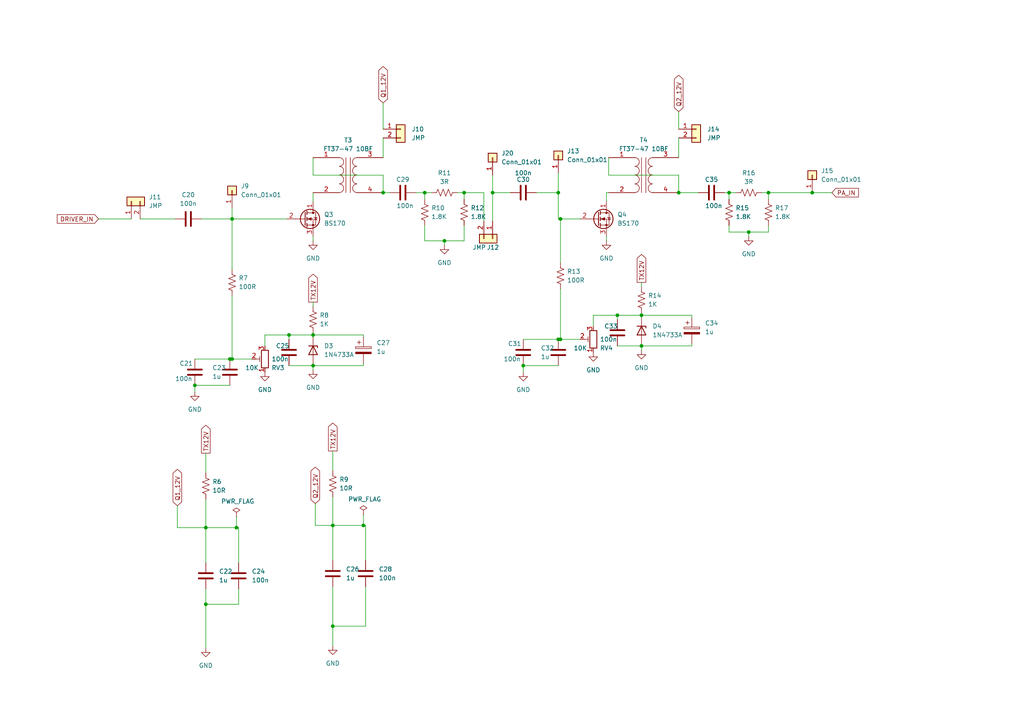
<source format=kicad_sch>
(kicad_sch (version 20211123) (generator eeschema)
  (paper "A4")
  (lib_symbols
    (symbol "Connector_Generic:Conn_01x01" (pin_names (offset 1.016) hide)
      (property "Reference" "J" (at 0 2.54 0))
      (property "Value" "Conn_01x01" (at 0 -2.54 0))
      (symbol "Conn_01x01_1_1"
        (rectangle (start -1.27 0.127) (end 0 -0.127) (stroke (width 0.1524)))
        (rectangle (start -1.27 1.27) (end 1.27 -1.27) (stroke (width 0.254)) (fill (type background)))
        (pin passive line (at -5.08 0 0) (length 3.81) (name "Pin_1") (number "1"))
      )
    )
    (symbol "Connector_Generic:Conn_01x02" (pin_names (offset 1.016) hide)
      (property "Reference" "J" (at 0 2.54 0))
      (property "Value" "Conn_01x02" (at 0 -5.08 0))
      (symbol "Conn_01x02_1_1"
        (rectangle (start -1.27 -2.413) (end 0 -2.667) (stroke (width 0.1524)))
        (rectangle (start -1.27 0.127) (end 0 -0.127) (stroke (width 0.1524)))
        (rectangle (start -1.27 1.27) (end 1.27 -3.81) (stroke (width 0.254)) (fill (type background)))
        (pin passive line (at -5.08 0 0) (length 3.81) (name "Pin_1") (number "1"))
        (pin passive line (at -5.08 -2.54 0) (length 3.81) (name "Pin_2") (number "2"))
      )
    )
    (symbol "Custom_RF:Generic Transfomer" (pin_names (offset 1.016) hide)
      (property "Reference" "T" (at 0 6.35 0))
      (property "Value" "Generic Transfomer" (at 0 -7.62 0))
      (symbol "Generic Transfomer_0_1"
        (arc (start -2.54 -5.0546) (mid -1.6599 -4.6901) (end -1.27 -3.81))
        (arc (start -2.54 -2.5146) (mid -1.6599 -2.1501) (end -1.27 -1.27))
        (arc (start -2.54 0.0254) (mid -1.6599 0.3899) (end -1.27 1.27))
        (arc (start -2.54 2.5654) (mid -1.6599 2.9299) (end -1.27 3.81))
        (arc (start -1.27 -3.81) (mid -1.642 -2.912) (end -2.54 -2.54))
        (arc (start -1.27 -1.27) (mid -1.642 -0.372) (end -2.54 0))
        (arc (start -1.27 1.27) (mid -1.642 2.168) (end -2.54 2.54))
        (arc (start -1.27 3.81) (mid -1.642 4.708) (end -2.54 5.08))
        (polyline (pts (xy -0.635 5.08) (xy -0.635 -5.08)))
        (polyline (pts (xy 0.635 -5.08) (xy 0.635 5.08)))
        (arc (start 1.2954 -1.27) (mid 1.6599 -2.1501) (end 2.54 -2.5146))
        (arc (start 1.2954 1.27) (mid 1.6599 0.3899) (end 2.54 0.0254))
        (arc (start 1.2954 3.81) (mid 1.6599 2.9299) (end 2.54 2.5654))
        (arc (start 1.3208 -3.81) (mid 1.6853 -4.6901) (end 2.5654 -5.0546))
        (arc (start 2.54 0) (mid 1.642 -0.372) (end 1.2954 -1.27))
        (arc (start 2.54 2.54) (mid 1.642 2.168) (end 1.2954 1.27))
        (arc (start 2.54 5.08) (mid 1.642 4.708) (end 1.2954 3.81))
        (arc (start 2.5654 -2.54) (mid 1.6674 -2.912) (end 1.3208 -3.81))
      )
      (symbol "Generic Transfomer_1_1"
        (pin passive line (at -10.16 5.08 0) (length 7.62) (name "AA") (number "1"))
        (pin passive line (at -10.16 -5.08 0) (length 7.62) (name "AB") (number "2"))
        (pin passive line (at 10.16 5.08 180) (length 7.62) (name "SB") (number "3"))
        (pin passive line (at 10.16 -5.08 180) (length 7.62) (name "SA") (number "4"))
      )
    )
    (symbol "Device:C" (pin_numbers hide) (pin_names (offset 0.254))
      (property "Reference" "C" (at 0.635 2.54 0))
      (property "Value" "C" (at 0.635 -2.54 0))
      (symbol "C_0_1"
        (polyline (pts (xy -2.032 -0.762) (xy 2.032 -0.762)) (stroke (width 0.508)))
        (polyline (pts (xy -2.032 0.762) (xy 2.032 0.762)) (stroke (width 0.508)))
      )
      (symbol "C_1_1"
        (pin passive line (at 0 3.81 270) (length 2.794) (name "~") (number "1"))
        (pin passive line (at 0 -3.81 90) (length 2.794) (name "~") (number "2"))
      )
    )
    (symbol "Device:C_Polarized" (pin_numbers hide) (pin_names (offset 0.254))
      (property "Reference" "C" (at 0.635 2.54 0))
      (property "Value" "C_Polarized" (at 0.635 -2.54 0))
      (symbol "C_Polarized_0_1"
        (rectangle (start -2.286 0.508) (end 2.286 1.016))
        (polyline (pts (xy -1.778 2.286) (xy -0.762 2.286)))
        (polyline (pts (xy -1.27 2.794) (xy -1.27 1.778)))
        (rectangle (start 2.286 -0.508) (end -2.286 -1.016) (fill (type outline)))
      )
      (symbol "C_Polarized_1_1"
        (pin passive line (at 0 3.81 270) (length 2.794) (name "~") (number "1"))
        (pin passive line (at 0 -3.81 90) (length 2.794) (name "~") (number "2"))
      )
    )
    (symbol "Device:R_Potentiometer_Trim" (pin_names (offset 1.016) hide)
      (property "Reference" "RV" (at -4.445 0 90))
      (property "Value" "R_Potentiometer_Trim" (at -2.54 0 90))
      (symbol "R_Potentiometer_Trim_0_1"
        (polyline (pts (xy 1.524 0.762) (xy 1.524 -0.762)))
        (polyline (pts (xy 2.54 0) (xy 1.524 0)))
        (rectangle (start 1.016 2.54) (end -1.016 -2.54) (stroke (width 0.254)))
      )
      (symbol "R_Potentiometer_Trim_1_1"
        (pin passive line (at 0 3.81 270) (length 1.27) (name "1") (number "1"))
        (pin passive line (at 3.81 0 180) (length 1.27) (name "2") (number "2"))
        (pin passive line (at 0 -3.81 90) (length 1.27) (name "3") (number "3"))
      )
    )
    (symbol "Device:R_US" (pin_numbers hide) (pin_names (offset 0))
      (property "Reference" "R" (at 2.54 0 90))
      (property "Value" "R_US" (at -2.54 0 90))
      (symbol "R_US_0_1"
        (polyline (pts (xy 0 -2.286) (xy 0 -2.54)))
        (polyline (pts (xy 0 2.286) (xy 0 2.54)))
        (polyline (pts (xy 0 -0.762) (xy 1.016 -1.143) (xy 0 -1.524) (xy -1.016 -1.905) (xy 0 -2.286)))
        (polyline (pts (xy 0 0.762) (xy 1.016 0.381) (xy 0 0) (xy -1.016 -0.381) (xy 0 -0.762)))
        (polyline (pts (xy 0 2.286) (xy 1.016 1.905) (xy 0 1.524) (xy -1.016 1.143) (xy 0 0.762)))
      )
      (symbol "R_US_1_1"
        (pin passive line (at 0 3.81 270) (length 1.27) (name "~") (number "1"))
        (pin passive line (at 0 -3.81 90) (length 1.27) (name "~") (number "2"))
      )
    )
    (symbol "Diode:1N47xxA" (pin_numbers hide) (pin_names hide)
      (property "Reference" "D" (at 0 2.54 0))
      (property "Value" "1N47xxA" (at 0 -2.54 0))
      (symbol "1N47xxA_0_1"
        (polyline (pts (xy 1.27 0) (xy -1.27 0)))
        (polyline (pts (xy -1.27 -1.27) (xy -1.27 1.27) (xy -0.762 1.27)) (stroke (width 0.254)))
        (polyline (pts (xy 1.27 -1.27) (xy 1.27 1.27) (xy -1.27 0) (xy 1.27 -1.27)) (stroke (width 0.254)))
      )
      (symbol "1N47xxA_1_1"
        (pin passive line (at -3.81 0 0) (length 2.54) (name "K") (number "1"))
        (pin passive line (at 3.81 0 180) (length 2.54) (name "A") (number "2"))
      )
    )
    (symbol "Transistor_FET:BS170" (pin_names hide)
      (property "Reference" "Q" (at 5.08 1.905 0))
      (property "Value" "BS170" (at 5.08 0 0))
      (symbol "BS170_0_1"
        (polyline (pts (xy 0.254 0) (xy -2.54 0)))
        (polyline (pts (xy 0.254 1.905) (xy 0.254 -1.905)) (stroke (width 0.254)))
        (polyline (pts (xy 0.762 -1.27) (xy 0.762 -2.286)) (stroke (width 0.254)))
        (polyline (pts (xy 0.762 0.508) (xy 0.762 -0.508)) (stroke (width 0.254)))
        (polyline (pts (xy 0.762 2.286) (xy 0.762 1.27)) (stroke (width 0.254)))
        (polyline (pts (xy 2.54 2.54) (xy 2.54 1.778)))
        (polyline (pts (xy 2.54 -2.54) (xy 2.54 0) (xy 0.762 0)))
        (polyline (pts (xy 0.762 -1.778) (xy 3.302 -1.778) (xy 3.302 1.778) (xy 0.762 1.778)))
        (polyline (pts (xy 1.016 0) (xy 2.032 0.381) (xy 2.032 -0.381) (xy 1.016 0)) (fill (type outline)))
        (polyline (pts (xy 2.794 0.508) (xy 2.921 0.381) (xy 3.683 0.381) (xy 3.81 0.254)))
        (polyline (pts (xy 3.302 0.381) (xy 2.921 -0.254) (xy 3.683 -0.254) (xy 3.302 0.381)))
        (circle (center 1.651 0) (radius 2.794) (stroke (width 0.254)))
        (circle (center 2.54 -1.778) (radius 0.254) (fill (type outline)))
        (circle (center 2.54 1.778) (radius 0.254) (fill (type outline)))
      )
      (symbol "BS170_1_1"
        (pin passive line (at 2.54 5.08 270) (length 2.54) (name "D") (number "1"))
        (pin input line (at -5.08 0 0) (length 2.54) (name "G") (number "2"))
        (pin passive line (at 2.54 -5.08 90) (length 2.54) (name "S") (number "3"))
      )
    )
    (symbol "power:GND" (power) (pin_names (offset 0))
      (property "Value" "GND" (at 0 -3.81 0))
      (symbol "GND_0_1"
        (polyline (pts (xy 0 0) (xy 0 -1.27) (xy 1.27 -1.27) (xy 0 -2.54) (xy -1.27 -1.27) (xy 0 -1.27)))
      )
      (symbol "GND_1_1"
        (pin power_in line (at 0 0 270) (length 0) hide (name "GND") (number "1"))
      )
    )
    (symbol "power:PWR_FLAG" (power) (pin_numbers hide) (pin_names (offset 0) hide)
      (property "Value" "PWR_FLAG" (at 0 3.81 0))
      (symbol "PWR_FLAG_0_0"
        (pin power_out line (at 0 0 90) (length 0) (name "pwr") (number "1"))
      )
      (symbol "PWR_FLAG_0_1"
        (polyline (pts (xy 0 0) (xy 0 1.27) (xy -1.016 1.905) (xy 0 2.54) (xy 1.016 1.905) (xy 0 1.27)))
      )
    )
  )
  (junction (at 123.19 55.88))
  (junction (at 179.07 91.44))
  (junction (at 90.805 106.045))
  (junction (at 142.875 55.88))
  (junction (at 67.31 104.14))
  (junction (at 161.925 98.425))
  (junction (at 96.52 181.61))
  (junction (at 67.31 63.5))
  (junction (at 162.56 63.5))
  (junction (at 186.055 100.33))
  (junction (at 59.69 153.035))
  (junction (at 134.62 55.88))
  (junction (at 196.85 55.88))
  (junction (at 151.765 106.045))
  (junction (at 217.17 67.31))
  (junction (at 222.885 55.88))
  (junction (at 83.82 97.155))
  (junction (at 59.69 175.26))
  (junction (at 211.455 55.88))
  (junction (at 68.58 153.035))
  (junction (at 161.925 55.88))
  (junction (at 186.055 91.44))
  (junction (at 128.905 69.85))
  (junction (at 56.515 111.76))
  (junction (at 96.52 152.4))
  (junction (at 105.41 152.4))
  (junction (at 90.805 97.155))
  (junction (at 235.585 55.88))
  (junction (at 162.56 98.425))
  (junction (at 66.675 104.14))
  (junction (at 111.125 55.88))
  (wire (pts (xy 90.805 97.155) (xy 90.805 96.52)))
  (wire (pts (xy 106.045 181.61) (xy 106.045 170.18)))
  (wire (pts (xy 186.055 99.695) (xy 186.055 100.33)))
  (wire (pts (xy 200.66 100.33) (xy 200.66 99.695)))
  (wire (pts (xy 134.62 69.85) (xy 128.905 69.85)))
  (wire (pts (xy 90.805 55.88) (xy 90.805 58.42)))
  (wire (pts (xy 111.125 50.8) (xy 111.125 55.88)))
  (wire (pts (xy 67.31 63.5) (xy 67.31 78.105)))
  (wire (pts (xy 123.19 55.88) (xy 125.095 55.88)))
  (wire (pts (xy 90.805 107.315) (xy 90.805 106.045)))
  (wire (pts (xy 105.41 106.045) (xy 105.41 105.41)))
  (wire (pts (xy 151.765 107.95) (xy 151.765 106.045)))
  (wire (pts (xy 111.125 40.005) (xy 111.125 45.72)))
  (wire (pts (xy 111.125 29.845) (xy 111.125 37.465)))
  (wire (pts (xy 83.185 63.5) (xy 67.31 63.5)))
  (wire (pts (xy 105.41 152.4) (xy 106.045 152.4)))
  (wire (pts (xy 56.515 111.76) (xy 66.675 111.76)))
  (wire (pts (xy 59.69 153.035) (xy 51.435 153.035)))
  (wire (pts (xy 161.925 63.5) (xy 161.925 55.88)))
  (wire (pts (xy 161.925 50.165) (xy 161.925 55.88)))
  (wire (pts (xy 220.98 55.88) (xy 222.885 55.88)))
  (wire (pts (xy 162.56 63.5) (xy 162.56 76.2)))
  (wire (pts (xy 59.69 170.815) (xy 59.69 175.26)))
  (wire (pts (xy 59.69 175.26) (xy 69.215 175.26)))
  (wire (pts (xy 196.85 40.005) (xy 196.85 45.72)))
  (wire (pts (xy 83.82 97.155) (xy 90.805 97.155)))
  (wire (pts (xy 134.62 55.88) (xy 134.62 57.785)))
  (wire (pts (xy 179.07 91.44) (xy 179.07 92.71)))
  (wire (pts (xy 222.885 55.88) (xy 222.885 57.785)))
  (wire (pts (xy 134.62 65.405) (xy 134.62 69.85)))
  (wire (pts (xy 51.435 146.685) (xy 51.435 153.035)))
  (wire (pts (xy 106.045 152.4) (xy 106.045 162.56)))
  (wire (pts (xy 200.66 91.44) (xy 200.66 92.075)))
  (wire (pts (xy 168.275 63.5) (xy 162.56 63.5)))
  (wire (pts (xy 222.885 65.405) (xy 222.885 67.31)))
  (wire (pts (xy 96.52 152.4) (xy 96.52 162.56)))
  (wire (pts (xy 68.58 149.86) (xy 68.58 153.035)))
  (wire (pts (xy 96.52 152.4) (xy 91.44 152.4)))
  (wire (pts (xy 40.64 63.5) (xy 50.8 63.5)))
  (wire (pts (xy 59.69 153.035) (xy 68.58 153.035)))
  (wire (pts (xy 172.085 91.44) (xy 172.085 94.615)))
  (wire (pts (xy 96.52 181.61) (xy 106.045 181.61)))
  (wire (pts (xy 140.335 55.88) (xy 140.335 64.135)))
  (wire (pts (xy 162.56 98.425) (xy 161.925 98.425)))
  (wire (pts (xy 172.085 91.44) (xy 179.07 91.44)))
  (wire (pts (xy 28.575 63.5) (xy 38.1 63.5)))
  (wire (pts (xy 235.585 55.88) (xy 241.3 55.88)))
  (wire (pts (xy 105.41 149.225) (xy 105.41 152.4)))
  (wire (pts (xy 96.52 181.61) (xy 96.52 187.325)))
  (wire (pts (xy 120.65 55.88) (xy 123.19 55.88)))
  (wire (pts (xy 90.805 45.72) (xy 90.805 50.8)))
  (wire (pts (xy 123.19 69.85) (xy 123.19 65.405)))
  (wire (pts (xy 69.215 153.035) (xy 69.215 163.195)))
  (wire (pts (xy 132.715 55.88) (xy 134.62 55.88)))
  (wire (pts (xy 67.31 104.14) (xy 66.675 104.14)))
  (wire (pts (xy 211.455 55.88) (xy 213.36 55.88)))
  (wire (pts (xy 96.52 152.4) (xy 105.41 152.4)))
  (wire (pts (xy 162.56 63.5) (xy 161.925 63.5)))
  (wire (pts (xy 186.055 101.6) (xy 186.055 100.33)))
  (wire (pts (xy 179.07 91.44) (xy 186.055 91.44)))
  (wire (pts (xy 90.805 105.41) (xy 90.805 106.045)))
  (wire (pts (xy 90.805 97.79) (xy 90.805 97.155)))
  (wire (pts (xy 67.31 85.725) (xy 67.31 104.14)))
  (wire (pts (xy 151.765 98.425) (xy 161.925 98.425)))
  (wire (pts (xy 91.44 146.05) (xy 91.44 152.4)))
  (wire (pts (xy 176.53 50.8) (xy 196.85 50.8)))
  (wire (pts (xy 67.31 104.14) (xy 73.025 104.14)))
  (wire (pts (xy 59.69 144.78) (xy 59.69 153.035)))
  (wire (pts (xy 96.52 130.81) (xy 96.52 136.525)))
  (wire (pts (xy 128.905 69.85) (xy 128.905 71.12)))
  (wire (pts (xy 90.805 68.58) (xy 90.805 69.85)))
  (wire (pts (xy 196.85 32.385) (xy 196.85 37.465)))
  (wire (pts (xy 56.515 113.665) (xy 56.515 111.76)))
  (wire (pts (xy 76.835 97.155) (xy 76.835 100.33)))
  (wire (pts (xy 151.765 106.045) (xy 161.925 106.045)))
  (wire (pts (xy 90.805 106.045) (xy 83.82 106.045)))
  (wire (pts (xy 176.53 45.72) (xy 176.53 50.8)))
  (wire (pts (xy 90.805 97.155) (xy 105.41 97.155)))
  (wire (pts (xy 142.875 50.8) (xy 142.875 55.88)))
  (wire (pts (xy 59.69 153.035) (xy 59.69 163.195)))
  (wire (pts (xy 217.17 67.31) (xy 211.455 67.31)))
  (wire (pts (xy 196.85 50.8) (xy 196.85 55.88)))
  (wire (pts (xy 96.52 144.145) (xy 96.52 152.4)))
  (wire (pts (xy 210.185 55.88) (xy 211.455 55.88)))
  (wire (pts (xy 134.62 55.88) (xy 140.335 55.88)))
  (wire (pts (xy 76.835 97.155) (xy 83.82 97.155)))
  (wire (pts (xy 155.575 55.88) (xy 161.925 55.88)))
  (wire (pts (xy 186.055 100.33) (xy 179.07 100.33)))
  (wire (pts (xy 175.895 55.88) (xy 175.895 58.42)))
  (wire (pts (xy 128.905 69.85) (xy 123.19 69.85)))
  (wire (pts (xy 69.215 170.815) (xy 69.215 175.26)))
  (wire (pts (xy 222.885 67.31) (xy 217.17 67.31)))
  (wire (pts (xy 222.885 55.88) (xy 235.585 55.88)))
  (wire (pts (xy 186.055 81.915) (xy 186.055 83.185)))
  (wire (pts (xy 68.58 153.035) (xy 69.215 153.035)))
  (wire (pts (xy 90.805 106.045) (xy 105.41 106.045)))
  (wire (pts (xy 186.055 91.44) (xy 200.66 91.44)))
  (wire (pts (xy 111.125 55.88) (xy 113.03 55.88)))
  (wire (pts (xy 83.82 97.155) (xy 83.82 98.425)))
  (wire (pts (xy 186.055 100.33) (xy 200.66 100.33)))
  (wire (pts (xy 211.455 55.88) (xy 211.455 57.785)))
  (wire (pts (xy 162.56 98.425) (xy 168.275 98.425)))
  (wire (pts (xy 186.055 91.44) (xy 186.055 90.805)))
  (wire (pts (xy 142.875 64.135) (xy 142.875 55.88)))
  (wire (pts (xy 67.31 63.5) (xy 58.42 63.5)))
  (wire (pts (xy 217.17 67.31) (xy 217.17 68.58)))
  (wire (pts (xy 196.85 55.88) (xy 202.565 55.88)))
  (wire (pts (xy 56.515 104.14) (xy 66.675 104.14)))
  (wire (pts (xy 162.56 83.82) (xy 162.56 98.425)))
  (wire (pts (xy 96.52 170.18) (xy 96.52 181.61)))
  (wire (pts (xy 123.19 55.88) (xy 123.19 57.785)))
  (wire (pts (xy 186.055 92.075) (xy 186.055 91.44)))
  (wire (pts (xy 175.895 55.88) (xy 176.53 55.88)))
  (wire (pts (xy 59.69 131.445) (xy 59.69 137.16)))
  (wire (pts (xy 59.69 175.26) (xy 59.69 187.96)))
  (wire (pts (xy 67.31 60.325) (xy 67.31 63.5)))
  (wire (pts (xy 105.41 97.155) (xy 105.41 97.79)))
  (wire (pts (xy 175.895 68.58) (xy 175.895 69.85)))
  (wire (pts (xy 142.875 55.88) (xy 147.955 55.88)))
  (wire (pts (xy 90.805 87.63) (xy 90.805 88.9)))
  (wire (pts (xy 211.455 67.31) (xy 211.455 65.405)))
  (wire (pts (xy 90.805 50.8) (xy 111.125 50.8)))
  (global_label "Q2_12V" (shape bidirectional) (at 91.44 146.05 90) (property "Intersheet References" "${INTERSHEET_REFS}" (effects hide)))
  (global_label "TX12V" (shape output) (at 59.69 131.445 90) (property "Intersheet References" "${INTERSHEET_REFS}" (effects hide)))
  (global_label "Q1_12V" (shape bidirectional) (at 111.125 29.845 90) (property "Intersheet References" "${INTERSHEET_REFS}" (effects hide)))
  (global_label "DRIVER_IN" (shape input) (at 28.575 63.5 180) (property "Intersheet References" "${INTERSHEET_REFS}" (effects hide)))
  (global_label "TX12V" (shape output) (at 90.805 87.63 90) (property "Intersheet References" "${INTERSHEET_REFS}" (effects hide)))
  (global_label "Q1_12V" (shape bidirectional) (at 51.435 146.685 90) (property "Intersheet References" "${INTERSHEET_REFS}" (effects hide)))
  (global_label "Q2_12V" (shape bidirectional) (at 196.85 32.385 90) (property "Intersheet References" "${INTERSHEET_REFS}" (effects hide)))
  (global_label "TX12V" (shape output) (at 186.055 81.915 90) (property "Intersheet References" "${INTERSHEET_REFS}" (effects hide)))
  (global_label "PA_IN" (shape input) (at 241.3 55.88 0) (property "Intersheet References" "${INTERSHEET_REFS}" (effects hide)))
  (global_label "TX12V" (shape output) (at 96.52 130.81 90) (property "Intersheet References" "${INTERSHEET_REFS}" (effects hide)))
  (symbol (lib_id "Device:C") (at 179.07 96.52 0) (unit 1)
    (property "Reference" "C33" (at 175.26 94.615 0) (effects (justify left)))
    (property "Value" "100n" (at 173.99 98.425 0) (effects (justify left)))
    (property "Footprint" "Capacitor_SMD:C_1206_3216Metric" (effects hide))
  )
  (symbol (lib_id "power:GND") (at 90.805 107.315 0) (unit 1)
    (property "Reference" "#PWR019" (effects hide))
    (property "Value" "GND" (at 90.805 112.395 0))
  )
  (symbol (lib_id "power:GND") (at 172.085 102.235 0) (unit 1)
    (property "Reference" "#PWR024" (effects hide))
    (property "Value" "GND" (at 172.085 107.315 0))
  )
  (symbol (lib_id "Device:C_Polarized") (at 105.41 101.6 0) (unit 1)
    (property "Reference" "C27" (at 109.22 99.4409 0) (effects (justify left)))
    (property "Value" "1u" (at 109.22 101.9809 0) (effects (justify left)))
    (property "Footprint" "Capacitor_THT:CP_Radial_D8.0mm_P2.50mm" (effects hide))
  )
  (symbol (lib_id "power:GND") (at 151.765 107.95 0) (unit 1)
    (property "Reference" "#PWR023" (effects hide))
    (property "Value" "GND" (at 151.765 113.03 0))
  )
  (symbol (lib_id "Device:C") (at 206.375 55.88 270) (unit 1)
    (property "Reference" "C35" (at 206.375 52.07 90))
    (property "Value" "100n" (at 207.01 59.69 90))
    (property "Footprint" "Capacitor_SMD:C_1206_3216Metric" (effects hide))
  )
  (symbol (lib_id "Device:R_US") (at 162.56 80.01 180) (unit 1)
    (property "Reference" "R13" (at 164.465 78.7399 0) (effects (justify right)))
    (property "Value" "100R" (at 164.465 81.2799 0) (effects (justify right)))
    (property "Footprint" "Resistor_SMD:R_1206_3216Metric" (effects hide))
  )
  (symbol (lib_id "power:GND") (at 128.905 71.12 0) (unit 1)
    (property "Reference" "#PWR021" (effects hide))
    (property "Value" "GND" (at 128.905 76.2 0))
  )
  (symbol (lib_id "Diode:1N47xxA") (at 186.055 95.885 270) (unit 1)
    (property "Reference" "D4" (at 189.23 94.6149 90) (effects (justify left)))
    (property "Value" "1N4733A" (at 189.23 97.1549 90) (effects (justify left)))
    (property "Footprint" "Diode_THT:D_DO-41_SOD81_P10.16mm_Horizontal" (effects hide))
    (property "Datasheet" "https://www.vishay.com/docs/85816/1n4728a.pdf" (effects hide))
  )
  (symbol (lib_id "power:PWR_FLAG") (at 105.41 149.225 0) (unit 1)
    (property "Reference" "#FLG04" (effects hide))
    (property "Value" "PWR_FLAG" (at 100.965 144.78 0) (effects (justify left)))
  )
  (symbol (lib_id "Custom_RF:Generic Transfomer") (at 186.69 50.8 0) (unit 1)
    (property "Reference" "T4" (at 186.7027 40.64 0))
    (property "Value" "FT37-47 10BF" (at 186.7027 43.18 0))
    (property "Footprint" "Transformer_THT:Transformer_Toroid_Horizontal_D10.5mm_Amidon-T37" (effects hide))
  )
  (symbol (lib_id "Device:R_Potentiometer_Trim") (at 76.835 104.14 180) (unit 1)
    (property "Reference" "RV3" (at 78.74 106.68 0) (effects (justify right)))
    (property "Value" "10K" (at 71.12 106.68 0) (effects (justify right)))
    (property "Footprint" "Potentiometer_THT:Potentiometer_Bourns_3296W_Vertical" (effects hide))
  )
  (symbol (lib_id "Device:C") (at 151.765 102.235 0) (unit 1)
    (property "Reference" "C31" (at 147.32 99.695 0) (effects (justify left)))
    (property "Value" "100n" (at 146.05 104.14 0) (effects (justify left)))
    (property "Footprint" "Capacitor_SMD:C_1206_3216Metric" (effects hide))
  )
  (symbol (lib_id "Device:R_US") (at 217.17 55.88 90) (unit 1)
    (property "Reference" "R16" (at 217.17 50.165 90))
    (property "Value" "3R" (at 217.17 52.705 90))
    (property "Footprint" "Resistor_SMD:R_1206_3216Metric" (effects hide))
  )
  (symbol (lib_id "Device:R_US") (at 90.805 92.71 0) (unit 1)
    (property "Reference" "R8" (at 92.71 91.4399 0) (effects (justify left)))
    (property "Value" "1K" (at 92.71 93.9799 0) (effects (justify left)))
    (property "Footprint" "Resistor_SMD:R_1206_3216Metric" (effects hide))
  )
  (symbol (lib_id "Device:C") (at 151.765 55.88 270) (unit 1)
    (property "Reference" "C30" (at 151.765 52.07 90))
    (property "Value" "100n" (at 151.765 50.165 90))
    (property "Footprint" "Capacitor_SMD:C_1206_3216Metric" (effects hide))
  )
  (symbol (lib_id "Device:R_US") (at 96.52 140.335 0) (unit 1)
    (property "Reference" "R9" (at 98.425 139.0649 0) (effects (justify left)))
    (property "Value" "10R" (at 98.425 141.6049 0) (effects (justify left)))
    (property "Footprint" "Resistor_SMD:R_1206_3216Metric" (effects hide))
  )
  (symbol (lib_id "Device:R_US") (at 123.19 61.595 180) (unit 1)
    (property "Reference" "R10" (at 125.095 60.3249 0) (effects (justify right)))
    (property "Value" "1.8K" (at 125.095 62.8649 0) (effects (justify right)))
    (property "Footprint" "Resistor_SMD:R_1206_3216Metric" (effects hide))
  )
  (symbol (lib_id "power:GND") (at 59.69 187.96 0) (unit 1)
    (property "Reference" "#PWR016" (effects hide))
    (property "Value" "GND" (at 59.69 193.04 0))
  )
  (symbol (lib_id "Custom_RF:Generic Transfomer") (at 100.965 50.8 0) (unit 1)
    (property "Reference" "T3" (at 100.9777 40.64 0))
    (property "Value" "FT37-47 10BF" (at 100.9777 43.18 0))
    (property "Footprint" "Transformer_THT:Transformer_Toroid_Horizontal_D10.5mm_Amidon-T37" (effects hide))
  )
  (symbol (lib_id "Device:C_Polarized") (at 200.66 95.885 0) (unit 1)
    (property "Reference" "C34" (at 204.47 93.7259 0) (effects (justify left)))
    (property "Value" "1u" (at 204.47 96.2659 0) (effects (justify left)))
    (property "Footprint" "Capacitor_THT:CP_Radial_D8.0mm_P2.50mm" (effects hide))
  )
  (symbol (lib_id "Device:C") (at 161.925 102.235 0) (unit 1)
    (property "Reference" "C32" (at 156.845 100.965 0) (effects (justify left)))
    (property "Value" "1u" (at 156.845 103.505 0) (effects (justify left)))
    (property "Footprint" "Capacitor_SMD:C_1206_3216Metric" (effects hide))
  )
  (symbol (lib_id "Device:C") (at 54.61 63.5 270) (unit 1)
    (property "Reference" "C20" (at 54.61 56.515 90))
    (property "Value" "100n" (at 54.61 59.055 90))
    (property "Footprint" "Capacitor_SMD:C_1206_3216Metric" (effects hide))
  )
  (symbol (lib_id "Transistor_FET:BS170") (at 88.265 63.5 0) (unit 1)
    (property "Reference" "Q3" (at 93.98 62.2299 0) (effects (justify left)))
    (property "Value" "BS170" (at 93.98 64.7699 0) (effects (justify left)))
    (property "Footprint" "Package_TO_SOT_THT:TO-92_Inline_Wide" (effects hide))
    (property "Datasheet" "https://www.onsemi.com/pub/Collateral/BS170-D.PDF" (effects hide))
  )
  (symbol (lib_id "power:PWR_FLAG") (at 68.58 149.86 0) (unit 1)
    (property "Reference" "#FLG03" (effects hide))
    (property "Value" "PWR_FLAG" (at 64.135 145.415 0) (effects (justify left)))
  )
  (symbol (lib_id "Device:C") (at 66.675 107.95 0) (unit 1)
    (property "Reference" "C23" (at 61.595 106.68 0) (effects (justify left)))
    (property "Value" "1u" (at 61.595 109.22 0) (effects (justify left)))
    (property "Footprint" "Capacitor_SMD:C_1206_3216Metric" (effects hide))
  )
  (symbol (lib_id "Device:C") (at 59.69 167.005 0) (unit 1)
    (property "Reference" "C22" (at 63.5 165.7349 0) (effects (justify left)))
    (property "Value" "1u" (at 63.5 168.2749 0) (effects (justify left)))
    (property "Footprint" "Capacitor_SMD:C_1206_3216Metric" (effects hide))
  )
  (symbol (lib_id "Device:R_US") (at 134.62 61.595 180) (unit 1)
    (property "Reference" "R12" (at 136.525 60.325 0) (effects (justify right)))
    (property "Value" "1.8K" (at 136.525 62.865 0) (effects (justify right)))
    (property "Footprint" "Resistor_SMD:R_1206_3216Metric" (effects hide))
  )
  (symbol (lib_id "Device:R_US") (at 67.31 81.915 180) (unit 1)
    (property "Reference" "R7" (at 69.215 80.6449 0) (effects (justify right)))
    (property "Value" "100R" (at 69.215 83.1849 0) (effects (justify right)))
    (property "Footprint" "Resistor_SMD:R_1206_3216Metric" (effects hide))
  )
  (symbol (lib_id "power:GND") (at 217.17 68.58 0) (unit 1)
    (property "Reference" "#PWR027" (effects hide))
    (property "Value" "GND" (at 217.17 73.66 0))
  )
  (symbol (lib_id "Transistor_FET:BS170") (at 173.355 63.5 0) (unit 1)
    (property "Reference" "Q4" (at 179.07 62.2299 0) (effects (justify left)))
    (property "Value" "BS170" (at 179.07 64.7699 0) (effects (justify left)))
    (property "Footprint" "Package_TO_SOT_THT:TO-92_Inline_Wide" (effects hide))
    (property "Datasheet" "https://www.onsemi.com/pub/Collateral/BS170-D.PDF" (effects hide))
  )
  (symbol (lib_id "Connector_Generic:Conn_01x01") (at 142.875 45.72 90) (unit 1)
    (property "Reference" "J20" (at 145.415 44.4499 90) (effects (justify right)))
    (property "Value" "Conn_01x01" (at 145.415 46.9899 90) (effects (justify right)))
    (property "Footprint" "Connector_PinHeader_1.00mm:PinHeader_1x01_P1.00mm_Vertical" (effects hide))
  )
  (symbol (lib_id "Device:C") (at 106.045 166.37 0) (unit 1)
    (property "Reference" "C28" (at 109.855 165.0999 0) (effects (justify left)))
    (property "Value" "100n" (at 109.855 167.6399 0) (effects (justify left)))
    (property "Footprint" "Capacitor_SMD:C_1206_3216Metric" (effects hide))
  )
  (symbol (lib_id "Connector_Generic:Conn_01x02") (at 116.205 37.465 0) (unit 1)
    (property "Reference" "J10" (at 119.38 37.4649 0) (effects (justify left)))
    (property "Value" "JMP" (at 119.38 40.0049 0) (effects (justify left)))
    (property "Footprint" "Connector_PinHeader_2.54mm:PinHeader_1x02_P2.54mm_Vertical" (effects hide))
  )
  (symbol (lib_id "Device:R_Potentiometer_Trim") (at 172.085 98.425 180) (unit 1)
    (property "Reference" "RV4" (at 173.99 100.965 0) (effects (justify right)))
    (property "Value" "10K" (at 166.37 100.965 0) (effects (justify right)))
    (property "Footprint" "Potentiometer_THT:Potentiometer_Bourns_3296W_Vertical" (effects hide))
  )
  (symbol (lib_id "power:GND") (at 175.895 69.85 0) (unit 1)
    (property "Reference" "#PWR025" (effects hide))
    (property "Value" "GND" (at 175.895 74.93 0))
  )
  (symbol (lib_id "Diode:1N47xxA") (at 90.805 101.6 270) (unit 1)
    (property "Reference" "D3" (at 93.98 100.3299 90) (effects (justify left)))
    (property "Value" "1N4733A" (at 93.98 102.8699 90) (effects (justify left)))
    (property "Footprint" "Diode_THT:D_DO-41_SOD81_P10.16mm_Horizontal" (effects hide))
    (property "Datasheet" "https://www.vishay.com/docs/85816/1n4728a.pdf" (effects hide))
  )
  (symbol (lib_id "Connector_Generic:Conn_01x02") (at 201.93 37.465 0) (unit 1)
    (property "Reference" "J14" (at 205.105 37.4649 0) (effects (justify left)))
    (property "Value" "JMP" (at 205.105 40.0049 0) (effects (justify left)))
    (property "Footprint" "Connector_PinHeader_2.54mm:PinHeader_1x02_P2.54mm_Vertical" (effects hide))
  )
  (symbol (lib_id "Connector_Generic:Conn_01x01") (at 235.585 50.8 90) (unit 1)
    (property "Reference" "J15" (at 238.125 49.5299 90) (effects (justify right)))
    (property "Value" "Conn_01x01" (at 238.125 52.0699 90) (effects (justify right)))
    (property "Footprint" "Connector_PinHeader_1.00mm:PinHeader_1x01_P1.00mm_Vertical" (effects hide))
  )
  (symbol (lib_id "Device:C") (at 69.215 167.005 0) (unit 1)
    (property "Reference" "C24" (at 73.025 165.7349 0) (effects (justify left)))
    (property "Value" "100n" (at 73.025 168.2749 0) (effects (justify left)))
    (property "Footprint" "Capacitor_SMD:C_1206_3216Metric" (effects hide))
  )
  (symbol (lib_id "Device:C") (at 116.84 55.88 270) (unit 1)
    (property "Reference" "C29" (at 116.84 52.07 90))
    (property "Value" "100n" (at 117.475 59.69 90))
    (property "Footprint" "Capacitor_SMD:C_1206_3216Metric" (effects hide))
  )
  (symbol (lib_id "power:GND") (at 90.805 69.85 0) (unit 1)
    (property "Reference" "#PWR018" (effects hide))
    (property "Value" "GND" (at 90.805 74.93 0))
  )
  (symbol (lib_id "Device:R_US") (at 59.69 140.97 0) (unit 1)
    (property "Reference" "R6" (at 61.595 139.6999 0) (effects (justify left)))
    (property "Value" "10R" (at 61.595 142.2399 0) (effects (justify left)))
    (property "Footprint" "Resistor_SMD:R_1206_3216Metric" (effects hide))
  )
  (symbol (lib_id "Device:C") (at 96.52 166.37 0) (unit 1)
    (property "Reference" "C26" (at 100.33 165.0999 0) (effects (justify left)))
    (property "Value" "1u" (at 100.33 167.6399 0) (effects (justify left)))
    (property "Footprint" "Capacitor_SMD:C_1206_3216Metric" (effects hide))
  )
  (symbol (lib_id "Device:C") (at 56.515 107.95 0) (unit 1)
    (property "Reference" "C21" (at 52.07 105.41 0) (effects (justify left)))
    (property "Value" "100n" (at 50.8 109.855 0) (effects (justify left)))
    (property "Footprint" "Capacitor_SMD:C_1206_3216Metric" (effects hide))
  )
  (symbol (lib_id "Connector_Generic:Conn_01x02") (at 142.875 69.215 270) (unit 1)
    (property "Reference" "J12" (at 144.78 71.755 90) (effects (justify right)))
    (property "Value" "JMP" (at 140.97 71.755 90) (effects (justify right)))
    (property "Footprint" "Connector_PinHeader_2.54mm:PinHeader_1x02_P2.54mm_Vertical" (effects hide))
  )
  (symbol (lib_id "Connector_Generic:Conn_01x02") (at 38.1 58.42 90) (unit 1)
    (property "Reference" "J11" (at 43.18 57.1499 90) (effects (justify right)))
    (property "Value" "JMP" (at 43.18 59.6899 90) (effects (justify right)))
    (property "Footprint" "Connector_PinHeader_2.54mm:PinHeader_1x02_P2.54mm_Vertical" (effects hide))
  )
  (symbol (lib_id "Device:R_US") (at 186.055 86.995 0) (unit 1)
    (property "Reference" "R14" (at 187.96 85.7249 0) (effects (justify left)))
    (property "Value" "1K" (at 187.96 88.2649 0) (effects (justify left)))
    (property "Footprint" "Resistor_SMD:R_1206_3216Metric" (effects hide))
  )
  (symbol (lib_id "Device:C") (at 83.82 102.235 0) (unit 1)
    (property "Reference" "C25" (at 80.01 100.33 0) (effects (justify left)))
    (property "Value" "100n" (at 78.74 104.14 0) (effects (justify left)))
    (property "Footprint" "Capacitor_SMD:C_1206_3216Metric" (effects hide))
  )
  (symbol (lib_id "Device:R_US") (at 222.885 61.595 180) (unit 1)
    (property "Reference" "R17" (at 224.79 60.3249 0) (effects (justify right)))
    (property "Value" "1.8K" (at 224.79 62.8649 0) (effects (justify right)))
    (property "Footprint" "Resistor_SMD:R_1206_3216Metric" (effects hide))
  )
  (symbol (lib_id "Device:R_US") (at 211.455 61.595 180) (unit 1)
    (property "Reference" "R15" (at 213.36 60.3249 0) (effects (justify right)))
    (property "Value" "1.8K" (at 213.36 62.8649 0) (effects (justify right)))
    (property "Footprint" "Resistor_SMD:R_1206_3216Metric" (effects hide))
  )
  (symbol (lib_id "power:GND") (at 76.835 107.95 0) (unit 1)
    (property "Reference" "#PWR017" (effects hide))
    (property "Value" "GND" (at 76.835 113.03 0))
  )
  (symbol (lib_id "Device:R_US") (at 128.905 55.88 90) (unit 1)
    (property "Reference" "R11" (at 128.905 50.165 90))
    (property "Value" "3R" (at 128.905 52.705 90))
    (property "Footprint" "Resistor_SMD:R_1206_3216Metric" (effects hide))
  )
  (symbol (lib_id "Connector_Generic:Conn_01x01") (at 161.925 45.085 90) (unit 1)
    (property "Reference" "J13" (at 164.465 43.8149 90) (effects (justify right)))
    (property "Value" "Conn_01x01" (at 164.465 46.3549 90) (effects (justify right)))
    (property "Footprint" "Connector_PinHeader_1.00mm:PinHeader_1x01_P1.00mm_Vertical" (effects hide))
  )
  (symbol (lib_id "power:GND") (at 56.515 113.665 0) (unit 1)
    (property "Reference" "#PWR015" (effects hide))
    (property "Value" "GND" (at 56.515 118.745 0))
  )
  (symbol (lib_id "power:GND") (at 96.52 187.325 0) (unit 1)
    (property "Reference" "#PWR020" (effects hide))
    (property "Value" "GND" (at 96.52 192.405 0))
  )
  (symbol (lib_id "Connector_Generic:Conn_01x01") (at 67.31 55.245 90) (unit 1)
    (property "Reference" "J9" (at 69.85 53.9749 90) (effects (justify right)))
    (property "Value" "Conn_01x01" (at 69.85 56.5149 90) (effects (justify right)))
    (property "Footprint" "Connector_PinHeader_1.00mm:PinHeader_1x01_P1.00mm_Vertical" (effects hide))
  )
  (symbol (lib_id "power:GND") (at 186.055 101.6 0) (unit 1)
    (property "Reference" "#PWR026" (effects hide))
    (property "Value" "GND" (at 186.055 106.68 0))
  )
)
</source>
